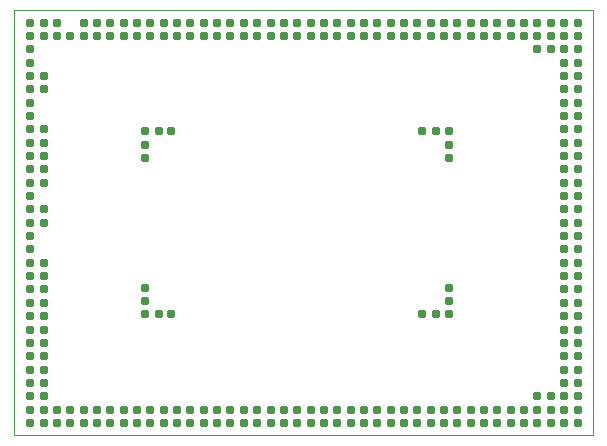
<source format=gts>
G04 EAGLE Gerber X2 export*
%TF.Part,Single*%
%TF.FileFunction,Other,Solder stop mask TOP*%
%TF.FilePolarity,Positive*%
%TF.GenerationSoftware,Autodesk,EAGLE,9.0.0*%
%TF.CreationDate,2018-08-23T05:46:31Z*%
G75*
%MOMM*%
%FSLAX34Y34*%
%LPD*%
%AMOC8*
5,1,8,0,0,1.08239X$1,22.5*%
G01*
%ADD10C,0.000000*%
%ADD11C,0.777000*%


D10*
X0Y0D02*
X490000Y0D01*
X490000Y360000D01*
X0Y360000D01*
X0Y0D01*
D11*
X13400Y349500D03*
X24700Y349500D03*
X36000Y349500D03*
X58600Y349500D03*
X69900Y349500D03*
X81200Y349500D03*
X92500Y349500D03*
X103800Y349500D03*
X115100Y349500D03*
X126400Y349500D03*
X137700Y349500D03*
X149000Y349500D03*
X160300Y349500D03*
X171600Y349500D03*
X182900Y349500D03*
X194200Y349500D03*
X205500Y349500D03*
X216800Y349500D03*
X228100Y349500D03*
X239400Y349500D03*
X250700Y349500D03*
X262000Y349500D03*
X273300Y349500D03*
X284600Y349500D03*
X295900Y349500D03*
X307200Y349500D03*
X318500Y349500D03*
X329800Y349500D03*
X341100Y349500D03*
X352400Y349500D03*
X363700Y349500D03*
X375000Y349500D03*
X386300Y349500D03*
X397600Y349500D03*
X408900Y349500D03*
X420200Y349500D03*
X431500Y349500D03*
X442800Y349500D03*
X454100Y349500D03*
X465400Y349500D03*
X476700Y349500D03*
X13400Y338200D03*
X24700Y338200D03*
X36000Y338200D03*
X47300Y338200D03*
X58600Y338200D03*
X69900Y338200D03*
X81200Y338200D03*
X92500Y338200D03*
X103800Y338200D03*
X115100Y338200D03*
X126400Y338200D03*
X137700Y338200D03*
X149000Y338200D03*
X160300Y338200D03*
X171600Y338200D03*
X182900Y338200D03*
X194200Y338200D03*
X205500Y338200D03*
X216800Y338200D03*
X228100Y338200D03*
X239400Y338200D03*
X250700Y338200D03*
X262000Y338200D03*
X273300Y338200D03*
X284600Y338200D03*
X295900Y338200D03*
X307200Y338200D03*
X318500Y338200D03*
X329800Y338200D03*
X341100Y338200D03*
X352400Y338200D03*
X363700Y338200D03*
X375000Y338200D03*
X386300Y338200D03*
X397600Y338200D03*
X408900Y338200D03*
X420200Y338200D03*
X431500Y338200D03*
X442800Y338200D03*
X454100Y338200D03*
X465400Y338200D03*
X476700Y338200D03*
X13400Y10500D03*
X24700Y10500D03*
X36000Y10500D03*
X47300Y10500D03*
X58600Y10500D03*
X69900Y10500D03*
X81200Y10500D03*
X92500Y10500D03*
X103800Y10500D03*
X115100Y10500D03*
X126400Y10500D03*
X137700Y10500D03*
X149000Y10500D03*
X160300Y10500D03*
X171600Y10500D03*
X182900Y10500D03*
X194200Y10500D03*
X205500Y10500D03*
X216800Y10500D03*
X228100Y10500D03*
X239400Y10500D03*
X250700Y10500D03*
X262000Y10500D03*
X273300Y10500D03*
X284600Y10500D03*
X295900Y10500D03*
X307200Y10500D03*
X318500Y10500D03*
X329800Y10500D03*
X341100Y10500D03*
X352400Y10500D03*
X363700Y10500D03*
X375000Y10500D03*
X386300Y10500D03*
X397600Y10500D03*
X408900Y10500D03*
X420200Y10500D03*
X431500Y10500D03*
X442800Y10500D03*
X454100Y10500D03*
X465400Y10500D03*
X476700Y10500D03*
X13400Y21800D03*
X24700Y21800D03*
X36000Y21800D03*
X47300Y21800D03*
X58600Y21800D03*
X69900Y21800D03*
X81200Y21800D03*
X92500Y21800D03*
X103800Y21800D03*
X115100Y21800D03*
X126400Y21800D03*
X137700Y21800D03*
X149000Y21800D03*
X160300Y21800D03*
X171600Y21800D03*
X182900Y21800D03*
X194200Y21800D03*
X205500Y21800D03*
X216800Y21800D03*
X228100Y21800D03*
X239400Y21800D03*
X250700Y21800D03*
X262000Y21800D03*
X273300Y21800D03*
X284600Y21800D03*
X295900Y21800D03*
X307200Y21800D03*
X318500Y21800D03*
X329800Y21800D03*
X341100Y21800D03*
X352400Y21800D03*
X363700Y21800D03*
X375000Y21800D03*
X386300Y21800D03*
X397600Y21800D03*
X408900Y21800D03*
X420200Y21800D03*
X431500Y21800D03*
X442800Y21800D03*
X454100Y21800D03*
X465400Y21800D03*
X476700Y21800D03*
X13400Y326900D03*
X13400Y315600D03*
X13400Y304300D03*
X13400Y293000D03*
X13400Y281700D03*
X13400Y270400D03*
X13400Y259100D03*
X13400Y247800D03*
X13400Y236500D03*
X13400Y225200D03*
X13400Y213900D03*
X13400Y202600D03*
X13400Y191300D03*
X13400Y180000D03*
X13400Y168700D03*
X13400Y157400D03*
X13400Y146100D03*
X13400Y134800D03*
X13400Y123500D03*
X13400Y112200D03*
X13400Y100900D03*
X13400Y89600D03*
X13400Y78300D03*
X13400Y67000D03*
X13400Y55700D03*
X13400Y44400D03*
X13400Y33100D03*
X24700Y304300D03*
X24700Y293000D03*
X24700Y259100D03*
X24700Y247800D03*
X24700Y236500D03*
X24700Y225200D03*
X24700Y213900D03*
X24700Y191300D03*
X24700Y180000D03*
X24700Y146100D03*
X24700Y134800D03*
X24700Y123500D03*
X24700Y112200D03*
X24700Y100900D03*
X24700Y89600D03*
X24700Y78300D03*
X24700Y67000D03*
X24700Y55700D03*
X24700Y44400D03*
X24700Y33100D03*
X442800Y326900D03*
X454100Y326900D03*
X465400Y326900D03*
X476700Y326900D03*
X465400Y315600D03*
X465400Y304300D03*
X465400Y293000D03*
X465400Y281700D03*
X465400Y270400D03*
X465400Y259100D03*
X465400Y247800D03*
X465400Y236500D03*
X465400Y225200D03*
X465400Y213900D03*
X465400Y202600D03*
X465400Y191300D03*
X465400Y180000D03*
X465400Y168700D03*
X465400Y157400D03*
X465400Y146100D03*
X465400Y134800D03*
X465400Y123500D03*
X465400Y112200D03*
X465400Y100900D03*
X465400Y89600D03*
X465400Y78300D03*
X465400Y67000D03*
X465400Y55700D03*
X465400Y44400D03*
X465400Y33100D03*
X476700Y33100D03*
X476700Y44400D03*
X476700Y55700D03*
X476700Y67000D03*
X476700Y78300D03*
X476700Y89600D03*
X476700Y100900D03*
X476700Y112200D03*
X476700Y123500D03*
X476700Y134800D03*
X476700Y146100D03*
X476700Y157400D03*
X476700Y168700D03*
X476700Y180000D03*
X476700Y191300D03*
X476700Y202600D03*
X476700Y213900D03*
X476700Y225200D03*
X476700Y236500D03*
X476700Y247800D03*
X476700Y259100D03*
X476700Y270400D03*
X476700Y281700D03*
X476700Y304300D03*
X476700Y293000D03*
X476700Y315600D03*
X442800Y33100D03*
X454100Y33100D03*
X110900Y257500D03*
X122200Y257500D03*
X132500Y257500D03*
X345200Y257500D03*
X356500Y257500D03*
X367800Y257500D03*
X110900Y246200D03*
X367800Y246200D03*
X110900Y234900D03*
X367800Y234900D03*
X110900Y125100D03*
X367800Y125100D03*
X110900Y113800D03*
X367800Y113800D03*
X110900Y102500D03*
X122200Y102500D03*
X132500Y102500D03*
X345200Y102500D03*
X356500Y102500D03*
X367800Y102500D03*
M02*

</source>
